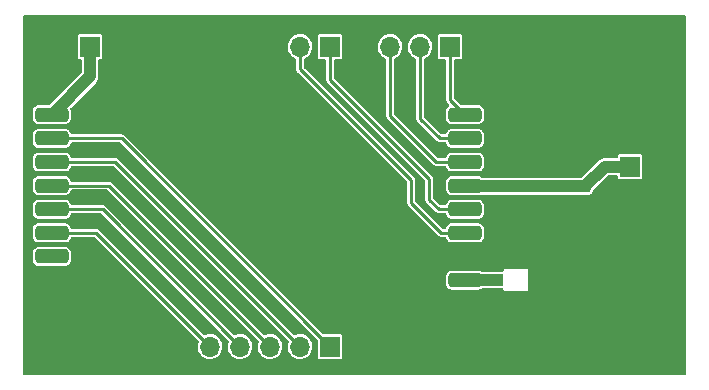
<source format=gbr>
%TF.GenerationSoftware,KiCad,Pcbnew,6.0.2+dfsg-1~bpo11+1*%
%TF.CreationDate,2022-03-03T13:43:18-05:00*%
%TF.ProjectId,RFM98PW-433S2_breakout,52464d39-3850-4572-9d34-333353325f62,rev?*%
%TF.SameCoordinates,Original*%
%TF.FileFunction,Copper,L1,Top*%
%TF.FilePolarity,Positive*%
%FSLAX46Y46*%
G04 Gerber Fmt 4.6, Leading zero omitted, Abs format (unit mm)*
G04 Created by KiCad (PCBNEW 6.0.2+dfsg-1~bpo11+1) date 2022-03-03 13:43:18*
%MOMM*%
%LPD*%
G01*
G04 APERTURE LIST*
G04 Aperture macros list*
%AMRoundRect*
0 Rectangle with rounded corners*
0 $1 Rounding radius*
0 $2 $3 $4 $5 $6 $7 $8 $9 X,Y pos of 4 corners*
0 Add a 4 corners polygon primitive as box body*
4,1,4,$2,$3,$4,$5,$6,$7,$8,$9,$2,$3,0*
0 Add four circle primitives for the rounded corners*
1,1,$1+$1,$2,$3*
1,1,$1+$1,$4,$5*
1,1,$1+$1,$6,$7*
1,1,$1+$1,$8,$9*
0 Add four rect primitives between the rounded corners*
20,1,$1+$1,$2,$3,$4,$5,0*
20,1,$1+$1,$4,$5,$6,$7,0*
20,1,$1+$1,$6,$7,$8,$9,0*
20,1,$1+$1,$8,$9,$2,$3,0*%
G04 Aperture macros list end*
%TA.AperFunction,SMDPad,CuDef*%
%ADD10RoundRect,0.300000X-1.100000X-0.300000X1.100000X-0.300000X1.100000X0.300000X-1.100000X0.300000X0*%
%TD*%
%TA.AperFunction,SMDPad,CuDef*%
%ADD11R,11.500000X4.700000*%
%TD*%
%TA.AperFunction,SMDPad,CuDef*%
%ADD12R,2.200000X1.050000*%
%TD*%
%TA.AperFunction,SMDPad,CuDef*%
%ADD13R,1.050000X1.000000*%
%TD*%
%TA.AperFunction,SMDPad,CuDef*%
%ADD14RoundRect,0.237500X0.237500X-0.300000X0.237500X0.300000X-0.237500X0.300000X-0.237500X-0.300000X0*%
%TD*%
%TA.AperFunction,ComponentPad*%
%ADD15R,1.700000X1.700000*%
%TD*%
%TA.AperFunction,ComponentPad*%
%ADD16O,1.700000X1.700000*%
%TD*%
%TA.AperFunction,ViaPad*%
%ADD17C,0.800000*%
%TD*%
%TA.AperFunction,Conductor*%
%ADD18C,0.250000*%
%TD*%
%TA.AperFunction,Conductor*%
%ADD19C,1.000000*%
%TD*%
G04 APERTURE END LIST*
D10*
%TO.P,U1,1,ANT*%
%TO.N,Net-(J1-Pad2)*%
X156217000Y-106129000D03*
%TO.P,U1,2,GND*%
%TO.N,GND*%
X156217000Y-104129000D03*
%TO.P,U1,3,DIO3*%
%TO.N,RFM_DIO3*%
X156217000Y-102129000D03*
%TO.P,U1,4,DIO4*%
%TO.N,RFM_DIO4*%
X156217000Y-100129000D03*
%TO.P,U1,5,VCC*%
%TO.N,+5V*%
X156217000Y-98129000D03*
%TO.P,U1,6,DIO0*%
%TO.N,RFM_DIO0*%
X156217000Y-96129000D03*
%TO.P,U1,7,DIO1*%
%TO.N,RFM_DIO1*%
X156217000Y-94124683D03*
%TO.P,U1,8,DIO2*%
%TO.N,RFM_DIO2*%
X156217000Y-92127328D03*
%TO.P,U1,9,3V3*%
%TO.N,+3V3*%
X121217000Y-92129000D03*
%TO.P,U1,10,MISO*%
%TO.N,RFM_MISO*%
X121217000Y-94129000D03*
%TO.P,U1,11,MOSI*%
%TO.N,RFM_MOSI*%
X121217000Y-96129000D03*
%TO.P,U1,12,SCK*%
%TO.N,RFM_SCK*%
X121217000Y-98129000D03*
%TO.P,U1,13,NSS*%
%TO.N,RFM_NSS*%
X121217000Y-100129000D03*
%TO.P,U1,14,RESET*%
%TO.N,RFM_RESET*%
X121217000Y-102129000D03*
%TO.P,U1,15,DIO5*%
%TO.N,unconnected-(U1-Pad15)*%
X121217000Y-104129000D03*
%TO.P,U1,16,GND*%
%TO.N,GND*%
X121217000Y-106129000D03*
D11*
%TO.P,U1,17,GND*%
X141867000Y-97379000D03*
%TD*%
D12*
%TO.P,J1,1*%
%TO.N,GND*%
X160477200Y-104646200D03*
D13*
%TO.P,J1,2*%
%TO.N,Net-(J1-Pad2)*%
X158952200Y-106121200D03*
D12*
%TO.P,J1,3*%
%TO.N,GND*%
X160477200Y-107596200D03*
%TD*%
D14*
%TO.P,C4,1*%
%TO.N,GND*%
X163195000Y-99922500D03*
%TO.P,C4,2*%
%TO.N,+5V*%
X163195000Y-98197500D03*
%TD*%
D15*
%TO.P,J3,1,Pin_1*%
%TO.N,RFM_DIO2*%
X154940000Y-86360000D03*
D16*
%TO.P,J3,2,Pin_2*%
%TO.N,RFM_DIO1*%
X152400000Y-86360000D03*
%TO.P,J3,3,Pin_3*%
%TO.N,RFM_DIO0*%
X149860000Y-86360000D03*
%TD*%
D14*
%TO.P,C5,1*%
%TO.N,GND*%
X160020000Y-99922500D03*
%TO.P,C5,2*%
%TO.N,+5V*%
X160020000Y-98197500D03*
%TD*%
D15*
%TO.P,J5,1,Pin_1*%
%TO.N,+5V*%
X170180000Y-96520000D03*
D16*
%TO.P,J5,2,Pin_2*%
%TO.N,GND*%
X172720000Y-96520000D03*
%TD*%
D15*
%TO.P,J2,1,Pin_1*%
%TO.N,RFM_MISO*%
X144780000Y-111760000D03*
D16*
%TO.P,J2,2,Pin_2*%
%TO.N,RFM_MOSI*%
X142240000Y-111760000D03*
%TO.P,J2,3,Pin_3*%
%TO.N,RFM_SCK*%
X139700000Y-111760000D03*
%TO.P,J2,4,Pin_4*%
%TO.N,RFM_NSS*%
X137160000Y-111760000D03*
%TO.P,J2,5,Pin_5*%
%TO.N,RFM_RESET*%
X134620000Y-111760000D03*
%TD*%
D15*
%TO.P,J6,1,Pin_1*%
%TO.N,+3V3*%
X124460000Y-86360000D03*
D16*
%TO.P,J6,2,Pin_2*%
%TO.N,GND*%
X121920000Y-86360000D03*
%TD*%
D14*
%TO.P,C3,1*%
%TO.N,GND*%
X166370000Y-99922500D03*
%TO.P,C3,2*%
%TO.N,+5V*%
X166370000Y-98197500D03*
%TD*%
D15*
%TO.P,J4,1,Pin_1*%
%TO.N,RFM_DIO4*%
X144780000Y-86360000D03*
D16*
%TO.P,J4,2,Pin_2*%
%TO.N,RFM_DIO3*%
X142240000Y-86360000D03*
%TD*%
D17*
%TO.N,GND*%
X143256000Y-97409000D03*
X143256000Y-95631000D03*
X147066000Y-99187000D03*
X136652000Y-95631000D03*
X145161000Y-97409000D03*
X138684000Y-97409000D03*
X143256000Y-99187000D03*
X136652000Y-99187000D03*
X140843000Y-99187000D03*
X136652000Y-97409000D03*
X138717000Y-99129000D03*
X145161000Y-95631000D03*
X147066000Y-97409000D03*
X147066000Y-95631000D03*
X138684000Y-95631000D03*
X145161000Y-99187000D03*
X140843000Y-95631000D03*
X140843000Y-97409000D03*
%TD*%
D18*
%TO.N,+5V*%
X156217000Y-98129000D02*
X156285500Y-98197500D01*
D19*
X166370000Y-98197500D02*
X168047500Y-96520000D01*
X156285500Y-98197500D02*
X160020000Y-98197500D01*
X160020000Y-98197500D02*
X163195000Y-98197500D01*
X163195000Y-98197500D02*
X166370000Y-98197500D01*
X168047500Y-96520000D02*
X170180000Y-96520000D01*
D18*
%TO.N,RFM_RESET*%
X124989000Y-102129000D02*
X134620000Y-111760000D01*
X121217000Y-102129000D02*
X124989000Y-102129000D01*
%TO.N,RFM_NSS*%
X121217000Y-100129000D02*
X125529000Y-100129000D01*
X125529000Y-100129000D02*
X137160000Y-111760000D01*
%TO.N,RFM_SCK*%
X121217000Y-98129000D02*
X126069000Y-98129000D01*
X126069000Y-98129000D02*
X139700000Y-111760000D01*
%TO.N,RFM_MOSI*%
X121217000Y-96129000D02*
X126609000Y-96129000D01*
X126609000Y-96129000D02*
X142240000Y-111760000D01*
%TO.N,RFM_MISO*%
X121217000Y-94129000D02*
X127149000Y-94129000D01*
X127149000Y-94129000D02*
X144780000Y-111760000D01*
%TO.N,RFM_DIO2*%
X154940000Y-90850328D02*
X154940000Y-86360000D01*
X156217000Y-92127328D02*
X154940000Y-90850328D01*
%TO.N,RFM_DIO1*%
X156217000Y-94124683D02*
X154068683Y-94124683D01*
X154068683Y-94124683D02*
X152400000Y-92456000D01*
X152400000Y-92456000D02*
X152400000Y-86360000D01*
%TO.N,RFM_DIO0*%
X156217000Y-96129000D02*
X153787000Y-96129000D01*
X149860000Y-92202000D02*
X149860000Y-86360000D01*
X153787000Y-96129000D02*
X149860000Y-92202000D01*
%TO.N,RFM_DIO4*%
X153162000Y-99314000D02*
X153162000Y-97536000D01*
X153162000Y-97536000D02*
X144780000Y-89154000D01*
X156217000Y-100129000D02*
X153977000Y-100129000D01*
X144780000Y-89154000D02*
X144780000Y-86360000D01*
X153977000Y-100129000D02*
X153162000Y-99314000D01*
%TO.N,RFM_DIO3*%
X154199000Y-102129000D02*
X151638000Y-99568000D01*
X151638000Y-99568000D02*
X151638000Y-97663718D01*
X156217000Y-102129000D02*
X154199000Y-102129000D01*
X142240000Y-88265718D02*
X142240000Y-86360000D01*
X151638000Y-97663718D02*
X142240000Y-88265718D01*
D19*
%TO.N,+3V3*%
X121217000Y-92129000D02*
X124460000Y-88886000D01*
X124460000Y-88886000D02*
X124460000Y-86360000D01*
D18*
%TO.N,Net-(J1-Pad2)*%
X156217000Y-106129000D02*
X156224800Y-106121200D01*
D19*
X156224800Y-106121200D02*
X158952200Y-106121200D01*
%TD*%
%TA.AperFunction,Conductor*%
%TO.N,GND*%
G36*
X174874321Y-83736002D02*
G01*
X174920814Y-83789658D01*
X174932200Y-83842000D01*
X174932200Y-114024000D01*
X174912198Y-114092121D01*
X174858542Y-114138614D01*
X174806200Y-114150000D01*
X118894000Y-114150000D01*
X118825879Y-114129998D01*
X118779386Y-114076342D01*
X118768000Y-114024000D01*
X118768000Y-103781623D01*
X119616500Y-103781623D01*
X119616501Y-104476376D01*
X119623149Y-104537580D01*
X119673474Y-104671824D01*
X119678854Y-104679003D01*
X119678856Y-104679006D01*
X119754072Y-104779365D01*
X119759454Y-104786546D01*
X119766635Y-104791928D01*
X119866994Y-104867144D01*
X119866997Y-104867146D01*
X119874176Y-104872526D01*
X119963561Y-104906034D01*
X120001025Y-104920079D01*
X120001027Y-104920079D01*
X120008420Y-104922851D01*
X120016270Y-104923704D01*
X120016271Y-104923704D01*
X120066217Y-104929130D01*
X120069623Y-104929500D01*
X121216832Y-104929500D01*
X122364376Y-104929499D01*
X122367770Y-104929130D01*
X122367776Y-104929130D01*
X122417722Y-104923705D01*
X122417726Y-104923704D01*
X122425580Y-104922851D01*
X122559824Y-104872526D01*
X122567003Y-104867146D01*
X122567006Y-104867144D01*
X122667365Y-104791928D01*
X122674546Y-104786546D01*
X122679928Y-104779365D01*
X122755144Y-104679006D01*
X122755146Y-104679003D01*
X122760526Y-104671824D01*
X122810851Y-104537580D01*
X122817500Y-104476377D01*
X122817499Y-103781624D01*
X122810851Y-103720420D01*
X122760526Y-103586176D01*
X122755146Y-103578997D01*
X122755144Y-103578994D01*
X122679928Y-103478635D01*
X122674546Y-103471454D01*
X122667365Y-103466072D01*
X122567006Y-103390856D01*
X122567003Y-103390854D01*
X122559824Y-103385474D01*
X122470439Y-103351966D01*
X122432975Y-103337921D01*
X122432973Y-103337921D01*
X122425580Y-103335149D01*
X122417730Y-103334296D01*
X122417729Y-103334296D01*
X122367774Y-103328869D01*
X122367773Y-103328869D01*
X122364377Y-103328500D01*
X121217168Y-103328500D01*
X120069624Y-103328501D01*
X120066230Y-103328870D01*
X120066224Y-103328870D01*
X120016278Y-103334295D01*
X120016274Y-103334296D01*
X120008420Y-103335149D01*
X119874176Y-103385474D01*
X119866997Y-103390854D01*
X119866994Y-103390856D01*
X119766635Y-103466072D01*
X119759454Y-103471454D01*
X119754072Y-103478635D01*
X119678856Y-103578994D01*
X119678854Y-103578997D01*
X119673474Y-103586176D01*
X119623149Y-103720420D01*
X119616500Y-103781623D01*
X118768000Y-103781623D01*
X118768000Y-101781623D01*
X119616500Y-101781623D01*
X119616501Y-102476376D01*
X119616870Y-102479770D01*
X119616870Y-102479776D01*
X119622126Y-102528158D01*
X119623149Y-102537580D01*
X119673474Y-102671824D01*
X119678854Y-102679003D01*
X119678856Y-102679006D01*
X119754072Y-102779365D01*
X119759454Y-102786546D01*
X119766635Y-102791928D01*
X119866994Y-102867144D01*
X119866997Y-102867146D01*
X119874176Y-102872526D01*
X119963561Y-102906034D01*
X120001025Y-102920079D01*
X120001027Y-102920079D01*
X120008420Y-102922851D01*
X120016270Y-102923704D01*
X120016271Y-102923704D01*
X120066217Y-102929130D01*
X120069623Y-102929500D01*
X121216832Y-102929500D01*
X122364376Y-102929499D01*
X122367770Y-102929130D01*
X122367776Y-102929130D01*
X122417722Y-102923705D01*
X122417726Y-102923704D01*
X122425580Y-102922851D01*
X122559824Y-102872526D01*
X122567003Y-102867146D01*
X122567006Y-102867144D01*
X122667365Y-102791928D01*
X122674546Y-102786546D01*
X122679928Y-102779365D01*
X122755144Y-102679006D01*
X122755146Y-102679003D01*
X122760526Y-102671824D01*
X122810851Y-102537580D01*
X122813802Y-102538686D01*
X122841763Y-102489723D01*
X122904712Y-102456891D01*
X122929144Y-102454500D01*
X124801984Y-102454500D01*
X124870105Y-102474502D01*
X124891079Y-102491405D01*
X133618257Y-111218583D01*
X133652283Y-111280895D01*
X133649264Y-111345776D01*
X133587484Y-111540532D01*
X133586798Y-111546649D01*
X133586797Y-111546653D01*
X133565207Y-111739137D01*
X133564520Y-111745262D01*
X133581759Y-111950553D01*
X133638544Y-112148586D01*
X133641359Y-112154063D01*
X133641360Y-112154066D01*
X133662247Y-112194707D01*
X133732712Y-112331818D01*
X133860677Y-112493270D01*
X134017564Y-112626791D01*
X134197398Y-112727297D01*
X134281280Y-112754552D01*
X134387471Y-112789056D01*
X134387475Y-112789057D01*
X134393329Y-112790959D01*
X134597894Y-112815351D01*
X134604029Y-112814879D01*
X134604031Y-112814879D01*
X134676625Y-112809293D01*
X134803300Y-112799546D01*
X134809230Y-112797890D01*
X134809232Y-112797890D01*
X134995797Y-112745800D01*
X134995796Y-112745800D01*
X135001725Y-112744145D01*
X135007214Y-112741372D01*
X135007220Y-112741370D01*
X135180116Y-112654033D01*
X135185610Y-112651258D01*
X135347951Y-112524424D01*
X135482564Y-112368472D01*
X135503387Y-112331818D01*
X135581276Y-112194707D01*
X135584323Y-112189344D01*
X135649351Y-111993863D01*
X135675171Y-111789474D01*
X135675583Y-111760000D01*
X135655480Y-111554970D01*
X135595935Y-111357749D01*
X135499218Y-111175849D01*
X135425859Y-111085902D01*
X135372906Y-111020975D01*
X135372903Y-111020972D01*
X135369011Y-111016200D01*
X135364262Y-111012271D01*
X135215025Y-110888811D01*
X135215021Y-110888809D01*
X135210275Y-110884882D01*
X135029055Y-110786897D01*
X134832254Y-110725977D01*
X134826129Y-110725333D01*
X134826128Y-110725333D01*
X134633498Y-110705087D01*
X134633496Y-110705087D01*
X134627369Y-110704443D01*
X134540529Y-110712346D01*
X134428342Y-110722555D01*
X134428339Y-110722556D01*
X134422203Y-110723114D01*
X134224572Y-110781280D01*
X134219108Y-110784137D01*
X134214781Y-110785885D01*
X134144128Y-110792860D01*
X134078482Y-110758156D01*
X125233111Y-101912785D01*
X125225684Y-101904681D01*
X125208541Y-101884251D01*
X125208542Y-101884251D01*
X125201455Y-101875806D01*
X125191906Y-101870293D01*
X125168815Y-101856961D01*
X125159544Y-101851055D01*
X125137715Y-101835770D01*
X125128684Y-101829446D01*
X125118034Y-101826592D01*
X125114866Y-101825115D01*
X125111590Y-101823923D01*
X125102045Y-101818412D01*
X125068301Y-101812462D01*
X125064942Y-101811870D01*
X125054215Y-101809492D01*
X125017807Y-101799736D01*
X125006822Y-101800697D01*
X125006820Y-101800697D01*
X124980272Y-101803020D01*
X124969290Y-101803500D01*
X122929144Y-101803500D01*
X122861023Y-101783498D01*
X122814530Y-101729842D01*
X122811243Y-101720273D01*
X122810851Y-101720420D01*
X122763676Y-101594580D01*
X122760526Y-101586176D01*
X122755146Y-101578997D01*
X122755144Y-101578994D01*
X122679928Y-101478635D01*
X122674546Y-101471454D01*
X122667365Y-101466072D01*
X122567006Y-101390856D01*
X122567003Y-101390854D01*
X122559824Y-101385474D01*
X122470439Y-101351966D01*
X122432975Y-101337921D01*
X122432973Y-101337921D01*
X122425580Y-101335149D01*
X122417730Y-101334296D01*
X122417729Y-101334296D01*
X122367774Y-101328869D01*
X122367773Y-101328869D01*
X122364377Y-101328500D01*
X121217168Y-101328500D01*
X120069624Y-101328501D01*
X120066230Y-101328870D01*
X120066224Y-101328870D01*
X120016278Y-101334295D01*
X120016274Y-101334296D01*
X120008420Y-101335149D01*
X119874176Y-101385474D01*
X119866997Y-101390854D01*
X119866994Y-101390856D01*
X119766635Y-101466072D01*
X119759454Y-101471454D01*
X119754072Y-101478635D01*
X119678856Y-101578994D01*
X119678854Y-101578997D01*
X119673474Y-101586176D01*
X119623149Y-101720420D01*
X119616500Y-101781623D01*
X118768000Y-101781623D01*
X118768000Y-99781623D01*
X119616500Y-99781623D01*
X119616501Y-100476376D01*
X119616870Y-100479770D01*
X119616870Y-100479776D01*
X119622126Y-100528158D01*
X119623149Y-100537580D01*
X119673474Y-100671824D01*
X119678854Y-100679003D01*
X119678856Y-100679006D01*
X119754072Y-100779365D01*
X119759454Y-100786546D01*
X119766635Y-100791928D01*
X119866994Y-100867144D01*
X119866997Y-100867146D01*
X119874176Y-100872526D01*
X119963561Y-100906034D01*
X120001025Y-100920079D01*
X120001027Y-100920079D01*
X120008420Y-100922851D01*
X120016270Y-100923704D01*
X120016271Y-100923704D01*
X120066217Y-100929130D01*
X120069623Y-100929500D01*
X121216832Y-100929500D01*
X122364376Y-100929499D01*
X122367770Y-100929130D01*
X122367776Y-100929130D01*
X122417722Y-100923705D01*
X122417726Y-100923704D01*
X122425580Y-100922851D01*
X122559824Y-100872526D01*
X122567003Y-100867146D01*
X122567006Y-100867144D01*
X122667365Y-100791928D01*
X122674546Y-100786546D01*
X122679928Y-100779365D01*
X122755144Y-100679006D01*
X122755146Y-100679003D01*
X122760526Y-100671824D01*
X122810851Y-100537580D01*
X122813802Y-100538686D01*
X122841763Y-100489723D01*
X122904712Y-100456891D01*
X122929144Y-100454500D01*
X125341984Y-100454500D01*
X125410105Y-100474502D01*
X125431079Y-100491405D01*
X136158257Y-111218583D01*
X136192283Y-111280895D01*
X136189264Y-111345776D01*
X136127484Y-111540532D01*
X136126798Y-111546649D01*
X136126797Y-111546653D01*
X136105207Y-111739137D01*
X136104520Y-111745262D01*
X136121759Y-111950553D01*
X136178544Y-112148586D01*
X136181359Y-112154063D01*
X136181360Y-112154066D01*
X136202247Y-112194707D01*
X136272712Y-112331818D01*
X136400677Y-112493270D01*
X136557564Y-112626791D01*
X136737398Y-112727297D01*
X136821280Y-112754552D01*
X136927471Y-112789056D01*
X136927475Y-112789057D01*
X136933329Y-112790959D01*
X137137894Y-112815351D01*
X137144029Y-112814879D01*
X137144031Y-112814879D01*
X137216625Y-112809293D01*
X137343300Y-112799546D01*
X137349230Y-112797890D01*
X137349232Y-112797890D01*
X137535797Y-112745800D01*
X137535796Y-112745800D01*
X137541725Y-112744145D01*
X137547214Y-112741372D01*
X137547220Y-112741370D01*
X137720116Y-112654033D01*
X137725610Y-112651258D01*
X137887951Y-112524424D01*
X138022564Y-112368472D01*
X138043387Y-112331818D01*
X138121276Y-112194707D01*
X138124323Y-112189344D01*
X138189351Y-111993863D01*
X138215171Y-111789474D01*
X138215583Y-111760000D01*
X138195480Y-111554970D01*
X138135935Y-111357749D01*
X138039218Y-111175849D01*
X137965859Y-111085902D01*
X137912906Y-111020975D01*
X137912903Y-111020972D01*
X137909011Y-111016200D01*
X137904262Y-111012271D01*
X137755025Y-110888811D01*
X137755021Y-110888809D01*
X137750275Y-110884882D01*
X137569055Y-110786897D01*
X137372254Y-110725977D01*
X137366129Y-110725333D01*
X137366128Y-110725333D01*
X137173498Y-110705087D01*
X137173496Y-110705087D01*
X137167369Y-110704443D01*
X137080529Y-110712346D01*
X136968342Y-110722555D01*
X136968339Y-110722556D01*
X136962203Y-110723114D01*
X136764572Y-110781280D01*
X136759108Y-110784137D01*
X136754781Y-110785885D01*
X136684128Y-110792860D01*
X136618482Y-110758156D01*
X125773111Y-99912785D01*
X125765684Y-99904681D01*
X125748541Y-99884251D01*
X125748542Y-99884251D01*
X125741455Y-99875806D01*
X125731906Y-99870293D01*
X125708815Y-99856961D01*
X125699544Y-99851055D01*
X125677715Y-99835770D01*
X125668684Y-99829446D01*
X125658034Y-99826592D01*
X125654866Y-99825115D01*
X125651590Y-99823923D01*
X125642045Y-99818412D01*
X125608301Y-99812462D01*
X125604942Y-99811870D01*
X125594215Y-99809492D01*
X125557807Y-99799736D01*
X125546822Y-99800697D01*
X125546820Y-99800697D01*
X125520272Y-99803020D01*
X125509290Y-99803500D01*
X122929144Y-99803500D01*
X122861023Y-99783498D01*
X122814530Y-99729842D01*
X122811243Y-99720273D01*
X122810851Y-99720420D01*
X122806077Y-99707684D01*
X122760526Y-99586176D01*
X122755146Y-99578997D01*
X122755144Y-99578994D01*
X122679928Y-99478635D01*
X122674546Y-99471454D01*
X122632093Y-99439637D01*
X122567006Y-99390856D01*
X122567003Y-99390854D01*
X122559824Y-99385474D01*
X122446008Y-99342807D01*
X122432975Y-99337921D01*
X122432973Y-99337921D01*
X122425580Y-99335149D01*
X122417730Y-99334296D01*
X122417729Y-99334296D01*
X122367774Y-99328869D01*
X122367773Y-99328869D01*
X122364377Y-99328500D01*
X121217168Y-99328500D01*
X120069624Y-99328501D01*
X120066230Y-99328870D01*
X120066224Y-99328870D01*
X120016278Y-99334295D01*
X120016274Y-99334296D01*
X120008420Y-99335149D01*
X119874176Y-99385474D01*
X119866997Y-99390854D01*
X119866994Y-99390856D01*
X119801907Y-99439637D01*
X119759454Y-99471454D01*
X119754072Y-99478635D01*
X119678856Y-99578994D01*
X119678854Y-99578997D01*
X119673474Y-99586176D01*
X119623149Y-99720420D01*
X119616500Y-99781623D01*
X118768000Y-99781623D01*
X118768000Y-97781623D01*
X119616500Y-97781623D01*
X119616501Y-98476376D01*
X119616870Y-98479770D01*
X119616870Y-98479776D01*
X119620442Y-98512656D01*
X119623149Y-98537580D01*
X119673474Y-98671824D01*
X119678854Y-98679003D01*
X119678856Y-98679006D01*
X119691502Y-98695879D01*
X119759454Y-98786546D01*
X119766635Y-98791928D01*
X119866994Y-98867144D01*
X119866997Y-98867146D01*
X119874176Y-98872526D01*
X119942129Y-98898000D01*
X120001025Y-98920079D01*
X120001027Y-98920079D01*
X120008420Y-98922851D01*
X120016270Y-98923704D01*
X120016271Y-98923704D01*
X120066217Y-98929130D01*
X120069623Y-98929500D01*
X121216832Y-98929500D01*
X122364376Y-98929499D01*
X122367770Y-98929130D01*
X122367776Y-98929130D01*
X122417722Y-98923705D01*
X122417726Y-98923704D01*
X122425580Y-98922851D01*
X122559824Y-98872526D01*
X122567003Y-98867146D01*
X122567006Y-98867144D01*
X122667365Y-98791928D01*
X122674546Y-98786546D01*
X122742498Y-98695879D01*
X122755144Y-98679006D01*
X122755146Y-98679003D01*
X122760526Y-98671824D01*
X122810851Y-98537580D01*
X122813802Y-98538686D01*
X122841763Y-98489723D01*
X122904712Y-98456891D01*
X122929144Y-98454500D01*
X125881984Y-98454500D01*
X125950105Y-98474502D01*
X125971079Y-98491405D01*
X138698257Y-111218583D01*
X138732283Y-111280895D01*
X138729264Y-111345776D01*
X138667484Y-111540532D01*
X138666798Y-111546649D01*
X138666797Y-111546653D01*
X138645207Y-111739137D01*
X138644520Y-111745262D01*
X138661759Y-111950553D01*
X138718544Y-112148586D01*
X138721359Y-112154063D01*
X138721360Y-112154066D01*
X138742247Y-112194707D01*
X138812712Y-112331818D01*
X138940677Y-112493270D01*
X139097564Y-112626791D01*
X139277398Y-112727297D01*
X139361280Y-112754552D01*
X139467471Y-112789056D01*
X139467475Y-112789057D01*
X139473329Y-112790959D01*
X139677894Y-112815351D01*
X139684029Y-112814879D01*
X139684031Y-112814879D01*
X139756625Y-112809293D01*
X139883300Y-112799546D01*
X139889230Y-112797890D01*
X139889232Y-112797890D01*
X140075797Y-112745800D01*
X140075796Y-112745800D01*
X140081725Y-112744145D01*
X140087214Y-112741372D01*
X140087220Y-112741370D01*
X140260116Y-112654033D01*
X140265610Y-112651258D01*
X140427951Y-112524424D01*
X140562564Y-112368472D01*
X140583387Y-112331818D01*
X140661276Y-112194707D01*
X140664323Y-112189344D01*
X140729351Y-111993863D01*
X140755171Y-111789474D01*
X140755583Y-111760000D01*
X140735480Y-111554970D01*
X140675935Y-111357749D01*
X140579218Y-111175849D01*
X140505859Y-111085902D01*
X140452906Y-111020975D01*
X140452903Y-111020972D01*
X140449011Y-111016200D01*
X140444262Y-111012271D01*
X140295025Y-110888811D01*
X140295021Y-110888809D01*
X140290275Y-110884882D01*
X140109055Y-110786897D01*
X139912254Y-110725977D01*
X139906129Y-110725333D01*
X139906128Y-110725333D01*
X139713498Y-110705087D01*
X139713496Y-110705087D01*
X139707369Y-110704443D01*
X139620529Y-110712346D01*
X139508342Y-110722555D01*
X139508339Y-110722556D01*
X139502203Y-110723114D01*
X139304572Y-110781280D01*
X139299108Y-110784137D01*
X139294781Y-110785885D01*
X139224128Y-110792860D01*
X139158482Y-110758156D01*
X126313111Y-97912785D01*
X126305684Y-97904681D01*
X126288541Y-97884251D01*
X126288542Y-97884251D01*
X126281455Y-97875806D01*
X126271906Y-97870293D01*
X126248815Y-97856961D01*
X126239544Y-97851055D01*
X126217715Y-97835770D01*
X126208684Y-97829446D01*
X126198034Y-97826592D01*
X126194866Y-97825115D01*
X126191590Y-97823923D01*
X126182045Y-97818412D01*
X126148301Y-97812462D01*
X126144942Y-97811870D01*
X126134215Y-97809492D01*
X126097807Y-97799736D01*
X126086822Y-97800697D01*
X126086820Y-97800697D01*
X126060272Y-97803020D01*
X126049290Y-97803500D01*
X122929144Y-97803500D01*
X122861023Y-97783498D01*
X122814530Y-97729842D01*
X122811243Y-97720273D01*
X122810851Y-97720420D01*
X122801784Y-97696233D01*
X122760526Y-97586176D01*
X122755146Y-97578997D01*
X122755144Y-97578994D01*
X122679928Y-97478635D01*
X122674546Y-97471454D01*
X122665860Y-97464944D01*
X122567006Y-97390856D01*
X122567003Y-97390854D01*
X122559824Y-97385474D01*
X122455859Y-97346500D01*
X122432975Y-97337921D01*
X122432973Y-97337921D01*
X122425580Y-97335149D01*
X122417730Y-97334296D01*
X122417729Y-97334296D01*
X122367774Y-97328869D01*
X122367773Y-97328869D01*
X122364377Y-97328500D01*
X121217168Y-97328500D01*
X120069624Y-97328501D01*
X120066230Y-97328870D01*
X120066224Y-97328870D01*
X120016278Y-97334295D01*
X120016274Y-97334296D01*
X120008420Y-97335149D01*
X119874176Y-97385474D01*
X119866997Y-97390854D01*
X119866994Y-97390856D01*
X119768140Y-97464944D01*
X119759454Y-97471454D01*
X119754072Y-97478635D01*
X119678856Y-97578994D01*
X119678854Y-97578997D01*
X119673474Y-97586176D01*
X119623149Y-97720420D01*
X119616500Y-97781623D01*
X118768000Y-97781623D01*
X118768000Y-95781623D01*
X119616500Y-95781623D01*
X119616501Y-96476376D01*
X119616870Y-96479770D01*
X119616870Y-96479776D01*
X119622126Y-96528158D01*
X119623149Y-96537580D01*
X119673474Y-96671824D01*
X119678854Y-96679003D01*
X119678856Y-96679006D01*
X119754072Y-96779365D01*
X119759454Y-96786546D01*
X119766635Y-96791928D01*
X119866994Y-96867144D01*
X119866997Y-96867146D01*
X119874176Y-96872526D01*
X119963561Y-96906034D01*
X120001025Y-96920079D01*
X120001027Y-96920079D01*
X120008420Y-96922851D01*
X120016270Y-96923704D01*
X120016271Y-96923704D01*
X120066217Y-96929130D01*
X120069623Y-96929500D01*
X121216832Y-96929500D01*
X122364376Y-96929499D01*
X122367770Y-96929130D01*
X122367776Y-96929130D01*
X122417722Y-96923705D01*
X122417726Y-96923704D01*
X122425580Y-96922851D01*
X122559824Y-96872526D01*
X122567003Y-96867146D01*
X122567006Y-96867144D01*
X122667365Y-96791928D01*
X122674546Y-96786546D01*
X122679928Y-96779365D01*
X122755144Y-96679006D01*
X122755146Y-96679003D01*
X122760526Y-96671824D01*
X122810851Y-96537580D01*
X122813802Y-96538686D01*
X122841763Y-96489723D01*
X122904712Y-96456891D01*
X122929144Y-96454500D01*
X126421984Y-96454500D01*
X126490105Y-96474502D01*
X126511079Y-96491405D01*
X141238257Y-111218584D01*
X141272283Y-111280896D01*
X141269264Y-111345776D01*
X141207484Y-111540532D01*
X141206798Y-111546649D01*
X141206797Y-111546653D01*
X141185207Y-111739137D01*
X141184520Y-111745262D01*
X141201759Y-111950553D01*
X141258544Y-112148586D01*
X141261359Y-112154063D01*
X141261360Y-112154066D01*
X141282247Y-112194707D01*
X141352712Y-112331818D01*
X141480677Y-112493270D01*
X141637564Y-112626791D01*
X141817398Y-112727297D01*
X141901280Y-112754552D01*
X142007471Y-112789056D01*
X142007475Y-112789057D01*
X142013329Y-112790959D01*
X142217894Y-112815351D01*
X142224029Y-112814879D01*
X142224031Y-112814879D01*
X142296625Y-112809293D01*
X142423300Y-112799546D01*
X142429230Y-112797890D01*
X142429232Y-112797890D01*
X142615797Y-112745800D01*
X142615796Y-112745800D01*
X142621725Y-112744145D01*
X142627214Y-112741372D01*
X142627220Y-112741370D01*
X142800116Y-112654033D01*
X142805610Y-112651258D01*
X142967951Y-112524424D01*
X143102564Y-112368472D01*
X143123387Y-112331818D01*
X143201276Y-112194707D01*
X143204323Y-112189344D01*
X143269351Y-111993863D01*
X143295171Y-111789474D01*
X143295583Y-111760000D01*
X143275480Y-111554970D01*
X143215935Y-111357749D01*
X143119218Y-111175849D01*
X143045859Y-111085902D01*
X142992906Y-111020975D01*
X142992903Y-111020972D01*
X142989011Y-111016200D01*
X142984262Y-111012271D01*
X142835025Y-110888811D01*
X142835021Y-110888809D01*
X142830275Y-110884882D01*
X142649055Y-110786897D01*
X142452254Y-110725977D01*
X142446129Y-110725333D01*
X142446128Y-110725333D01*
X142253498Y-110705087D01*
X142253496Y-110705087D01*
X142247369Y-110704443D01*
X142160529Y-110712346D01*
X142048342Y-110722555D01*
X142048339Y-110722556D01*
X142042203Y-110723114D01*
X141844572Y-110781280D01*
X141839113Y-110784134D01*
X141834776Y-110785886D01*
X141764123Y-110792858D01*
X141698482Y-110758155D01*
X126853111Y-95912784D01*
X126845686Y-95904682D01*
X126828543Y-95884253D01*
X126828542Y-95884253D01*
X126821455Y-95875806D01*
X126811132Y-95869846D01*
X126788815Y-95856961D01*
X126779544Y-95851055D01*
X126766865Y-95842177D01*
X126748684Y-95829446D01*
X126738034Y-95826592D01*
X126734866Y-95825115D01*
X126731590Y-95823923D01*
X126722045Y-95818412D01*
X126688301Y-95812462D01*
X126684942Y-95811870D01*
X126674215Y-95809492D01*
X126637807Y-95799736D01*
X126626822Y-95800697D01*
X126626820Y-95800697D01*
X126600272Y-95803020D01*
X126589290Y-95803500D01*
X122929144Y-95803500D01*
X122861023Y-95783498D01*
X122814530Y-95729842D01*
X122811243Y-95720273D01*
X122810851Y-95720420D01*
X122786866Y-95656439D01*
X122760526Y-95586176D01*
X122755146Y-95578997D01*
X122755144Y-95578994D01*
X122679928Y-95478635D01*
X122674546Y-95471454D01*
X122667365Y-95466072D01*
X122567006Y-95390856D01*
X122567003Y-95390854D01*
X122559824Y-95385474D01*
X122470439Y-95351966D01*
X122432975Y-95337921D01*
X122432973Y-95337921D01*
X122425580Y-95335149D01*
X122417730Y-95334296D01*
X122417729Y-95334296D01*
X122367774Y-95328869D01*
X122367773Y-95328869D01*
X122364377Y-95328500D01*
X121217168Y-95328500D01*
X120069624Y-95328501D01*
X120066230Y-95328870D01*
X120066224Y-95328870D01*
X120016278Y-95334295D01*
X120016274Y-95334296D01*
X120008420Y-95335149D01*
X119874176Y-95385474D01*
X119866997Y-95390854D01*
X119866994Y-95390856D01*
X119766635Y-95466072D01*
X119759454Y-95471454D01*
X119754072Y-95478635D01*
X119678856Y-95578994D01*
X119678854Y-95578997D01*
X119673474Y-95586176D01*
X119623149Y-95720420D01*
X119616500Y-95781623D01*
X118768000Y-95781623D01*
X118768000Y-93781623D01*
X119616500Y-93781623D01*
X119616501Y-94476376D01*
X119616870Y-94479770D01*
X119616870Y-94479776D01*
X119621657Y-94523841D01*
X119623149Y-94537580D01*
X119673474Y-94671824D01*
X119678854Y-94679003D01*
X119678856Y-94679006D01*
X119750837Y-94775048D01*
X119759454Y-94786546D01*
X119766635Y-94791928D01*
X119866994Y-94867144D01*
X119866997Y-94867146D01*
X119874176Y-94872526D01*
X119963561Y-94906034D01*
X120001025Y-94920079D01*
X120001027Y-94920079D01*
X120008420Y-94922851D01*
X120016270Y-94923704D01*
X120016271Y-94923704D01*
X120066217Y-94929130D01*
X120069623Y-94929500D01*
X121216832Y-94929500D01*
X122364376Y-94929499D01*
X122367770Y-94929130D01*
X122367776Y-94929130D01*
X122417722Y-94923705D01*
X122417726Y-94923704D01*
X122425580Y-94922851D01*
X122559824Y-94872526D01*
X122567003Y-94867146D01*
X122567006Y-94867144D01*
X122667365Y-94791928D01*
X122674546Y-94786546D01*
X122683163Y-94775048D01*
X122755144Y-94679006D01*
X122755146Y-94679003D01*
X122760526Y-94671824D01*
X122810851Y-94537580D01*
X122813802Y-94538686D01*
X122841763Y-94489723D01*
X122904712Y-94456891D01*
X122929144Y-94454500D01*
X126961984Y-94454500D01*
X127030105Y-94474502D01*
X127051079Y-94491405D01*
X143692595Y-111132922D01*
X143726621Y-111195234D01*
X143729500Y-111222017D01*
X143729500Y-112629748D01*
X143730707Y-112635816D01*
X143734331Y-112654033D01*
X143741133Y-112688231D01*
X143785448Y-112754552D01*
X143851769Y-112798867D01*
X143863938Y-112801288D01*
X143863939Y-112801288D01*
X143904184Y-112809293D01*
X143910252Y-112810500D01*
X145649748Y-112810500D01*
X145655816Y-112809293D01*
X145696061Y-112801288D01*
X145696062Y-112801288D01*
X145708231Y-112798867D01*
X145774552Y-112754552D01*
X145818867Y-112688231D01*
X145825670Y-112654033D01*
X145829293Y-112635816D01*
X145830500Y-112629748D01*
X145830500Y-110890252D01*
X145818867Y-110831769D01*
X145774552Y-110765448D01*
X145708231Y-110721133D01*
X145696062Y-110718712D01*
X145696061Y-110718712D01*
X145655816Y-110710707D01*
X145649748Y-110709500D01*
X144242017Y-110709500D01*
X144173896Y-110689498D01*
X144152922Y-110672595D01*
X139261950Y-105781623D01*
X154616500Y-105781623D01*
X154616501Y-106476376D01*
X154623149Y-106537580D01*
X154673474Y-106671824D01*
X154678854Y-106679003D01*
X154678856Y-106679006D01*
X154754072Y-106779365D01*
X154759454Y-106786546D01*
X154766635Y-106791928D01*
X154866994Y-106867144D01*
X154866997Y-106867146D01*
X154874176Y-106872526D01*
X154963561Y-106906034D01*
X155001025Y-106920079D01*
X155001027Y-106920079D01*
X155008420Y-106922851D01*
X155016270Y-106923704D01*
X155016271Y-106923704D01*
X155066217Y-106929130D01*
X155069623Y-106929500D01*
X156216832Y-106929500D01*
X157364376Y-106929499D01*
X157367770Y-106929130D01*
X157367776Y-106929130D01*
X157417722Y-106923705D01*
X157417726Y-106923704D01*
X157425580Y-106922851D01*
X157559824Y-106872526D01*
X157567003Y-106867146D01*
X157567006Y-106867144D01*
X157594051Y-106846874D01*
X157660558Y-106822026D01*
X157669617Y-106821700D01*
X159351030Y-106821700D01*
X159419151Y-106841702D01*
X159465644Y-106895358D01*
X159477030Y-106947700D01*
X159477030Y-107071200D01*
X161577200Y-107071200D01*
X161577200Y-105171042D01*
X159477030Y-105171042D01*
X159477030Y-105294700D01*
X159457028Y-105362821D01*
X159403372Y-105409314D01*
X159351030Y-105420700D01*
X157648801Y-105420700D01*
X157580680Y-105400698D01*
X157573235Y-105395525D01*
X157559824Y-105385474D01*
X157470439Y-105351966D01*
X157432975Y-105337921D01*
X157432973Y-105337921D01*
X157425580Y-105335149D01*
X157417730Y-105334296D01*
X157417729Y-105334296D01*
X157367774Y-105328869D01*
X157367773Y-105328869D01*
X157364377Y-105328500D01*
X156217168Y-105328500D01*
X155069624Y-105328501D01*
X155066230Y-105328870D01*
X155066224Y-105328870D01*
X155016278Y-105334295D01*
X155016274Y-105334296D01*
X155008420Y-105335149D01*
X154874176Y-105385474D01*
X154866997Y-105390854D01*
X154866994Y-105390856D01*
X154827174Y-105420700D01*
X154759454Y-105471454D01*
X154754072Y-105478635D01*
X154678856Y-105578994D01*
X154678854Y-105578997D01*
X154673474Y-105586176D01*
X154623149Y-105720420D01*
X154616500Y-105781623D01*
X139261950Y-105781623D01*
X127393111Y-93912785D01*
X127385684Y-93904681D01*
X127368541Y-93884251D01*
X127368542Y-93884251D01*
X127361455Y-93875806D01*
X127351906Y-93870293D01*
X127328815Y-93856961D01*
X127319544Y-93851055D01*
X127297715Y-93835770D01*
X127288684Y-93829446D01*
X127278034Y-93826592D01*
X127274866Y-93825115D01*
X127271590Y-93823923D01*
X127262045Y-93818412D01*
X127228301Y-93812462D01*
X127224942Y-93811870D01*
X127214215Y-93809492D01*
X127177807Y-93799736D01*
X127166822Y-93800697D01*
X127166820Y-93800697D01*
X127140272Y-93803020D01*
X127129290Y-93803500D01*
X122929144Y-93803500D01*
X122861023Y-93783498D01*
X122814530Y-93729842D01*
X122811243Y-93720273D01*
X122810851Y-93720420D01*
X122763676Y-93594580D01*
X122760526Y-93586176D01*
X122755146Y-93578997D01*
X122755144Y-93578994D01*
X122679928Y-93478635D01*
X122674546Y-93471454D01*
X122661605Y-93461755D01*
X122567006Y-93390856D01*
X122567003Y-93390854D01*
X122559824Y-93385474D01*
X122470439Y-93351966D01*
X122432975Y-93337921D01*
X122432973Y-93337921D01*
X122425580Y-93335149D01*
X122417730Y-93334296D01*
X122417729Y-93334296D01*
X122367774Y-93328869D01*
X122367773Y-93328869D01*
X122364377Y-93328500D01*
X121217168Y-93328500D01*
X120069624Y-93328501D01*
X120066230Y-93328870D01*
X120066224Y-93328870D01*
X120016278Y-93334295D01*
X120016274Y-93334296D01*
X120008420Y-93335149D01*
X119874176Y-93385474D01*
X119866997Y-93390854D01*
X119866994Y-93390856D01*
X119772395Y-93461755D01*
X119759454Y-93471454D01*
X119754072Y-93478635D01*
X119678856Y-93578994D01*
X119678854Y-93578997D01*
X119673474Y-93586176D01*
X119623149Y-93720420D01*
X119616500Y-93781623D01*
X118768000Y-93781623D01*
X118768000Y-91781623D01*
X119616500Y-91781623D01*
X119616501Y-92476376D01*
X119616870Y-92479770D01*
X119616870Y-92479776D01*
X119622115Y-92528057D01*
X119623149Y-92537580D01*
X119673474Y-92671824D01*
X119678854Y-92679003D01*
X119678856Y-92679006D01*
X119694674Y-92700111D01*
X119759454Y-92786546D01*
X119766635Y-92791928D01*
X119866994Y-92867144D01*
X119866997Y-92867146D01*
X119874176Y-92872526D01*
X119963561Y-92906034D01*
X120001025Y-92920079D01*
X120001027Y-92920079D01*
X120008420Y-92922851D01*
X120016270Y-92923704D01*
X120016271Y-92923704D01*
X120066217Y-92929130D01*
X120069623Y-92929500D01*
X121216832Y-92929500D01*
X122364376Y-92929499D01*
X122367770Y-92929130D01*
X122367776Y-92929130D01*
X122417722Y-92923705D01*
X122417726Y-92923704D01*
X122425580Y-92922851D01*
X122559824Y-92872526D01*
X122567003Y-92867146D01*
X122567006Y-92867144D01*
X122667365Y-92791928D01*
X122674546Y-92786546D01*
X122739326Y-92700111D01*
X122755144Y-92679006D01*
X122755146Y-92679003D01*
X122760526Y-92671824D01*
X122794335Y-92581637D01*
X122808079Y-92544975D01*
X122808079Y-92544973D01*
X122810851Y-92537580D01*
X122817500Y-92476377D01*
X122817499Y-91781624D01*
X122817130Y-91778224D01*
X122811705Y-91728278D01*
X122811704Y-91728274D01*
X122810851Y-91720420D01*
X122786263Y-91654830D01*
X122781080Y-91584022D01*
X122815150Y-91521506D01*
X124935075Y-89401582D01*
X124941341Y-89395728D01*
X124978669Y-89363165D01*
X124984396Y-89358169D01*
X125020690Y-89306527D01*
X125024616Y-89301242D01*
X125058895Y-89257524D01*
X125058897Y-89257520D01*
X125063584Y-89251543D01*
X125066710Y-89244620D01*
X125068495Y-89241672D01*
X125075887Y-89228712D01*
X125077520Y-89225666D01*
X125081887Y-89219453D01*
X125104820Y-89160633D01*
X125107376Y-89154554D01*
X125130228Y-89103941D01*
X125133355Y-89097016D01*
X125134740Y-89089545D01*
X125135764Y-89086277D01*
X125139877Y-89071836D01*
X125140717Y-89068563D01*
X125143476Y-89061487D01*
X125151716Y-88998894D01*
X125152748Y-88992377D01*
X125162868Y-88937775D01*
X125164252Y-88930308D01*
X125160709Y-88868856D01*
X125160500Y-88861604D01*
X125160500Y-87536500D01*
X125180502Y-87468379D01*
X125234158Y-87421886D01*
X125286500Y-87410500D01*
X125329748Y-87410500D01*
X125335816Y-87409293D01*
X125376061Y-87401288D01*
X125376062Y-87401288D01*
X125388231Y-87398867D01*
X125454552Y-87354552D01*
X125498867Y-87288231D01*
X125510500Y-87229748D01*
X125510500Y-86345262D01*
X141184520Y-86345262D01*
X141201759Y-86550553D01*
X141258544Y-86748586D01*
X141261359Y-86754063D01*
X141261360Y-86754066D01*
X141282247Y-86794707D01*
X141352712Y-86931818D01*
X141480677Y-87093270D01*
X141637564Y-87226791D01*
X141817398Y-87327297D01*
X141823255Y-87329200D01*
X141827441Y-87330560D01*
X141886045Y-87370636D01*
X141913679Y-87436034D01*
X141914500Y-87450392D01*
X141914500Y-88246008D01*
X141914020Y-88256990D01*
X141910736Y-88294525D01*
X141913590Y-88305174D01*
X141920491Y-88330928D01*
X141922870Y-88341660D01*
X141929412Y-88378763D01*
X141934923Y-88388308D01*
X141936115Y-88391584D01*
X141937592Y-88394752D01*
X141940446Y-88405402D01*
X141946770Y-88414433D01*
X141962055Y-88436262D01*
X141967961Y-88445533D01*
X141981293Y-88468624D01*
X141986806Y-88478173D01*
X141995251Y-88485259D01*
X142015682Y-88502403D01*
X142023785Y-88509829D01*
X151275595Y-97761639D01*
X151309621Y-97823951D01*
X151312500Y-97850734D01*
X151312500Y-99548290D01*
X151312020Y-99559272D01*
X151308736Y-99596807D01*
X151311590Y-99607456D01*
X151318491Y-99633210D01*
X151320870Y-99643942D01*
X151327412Y-99681045D01*
X151332923Y-99690590D01*
X151334115Y-99693866D01*
X151335592Y-99697034D01*
X151338446Y-99707684D01*
X151353962Y-99729842D01*
X151360055Y-99738544D01*
X151365961Y-99747815D01*
X151376804Y-99766595D01*
X151384806Y-99780455D01*
X151393251Y-99787541D01*
X151413682Y-99804685D01*
X151421785Y-99812111D01*
X153954889Y-102345215D01*
X153962316Y-102353319D01*
X153986545Y-102382194D01*
X153996094Y-102387707D01*
X154019185Y-102401039D01*
X154028456Y-102406945D01*
X154059316Y-102428554D01*
X154069966Y-102431408D01*
X154073134Y-102432885D01*
X154076410Y-102434077D01*
X154085955Y-102439588D01*
X154119699Y-102445538D01*
X154123058Y-102446130D01*
X154133785Y-102448508D01*
X154170193Y-102458264D01*
X154181178Y-102457303D01*
X154181180Y-102457303D01*
X154207728Y-102454980D01*
X154218710Y-102454500D01*
X154504856Y-102454500D01*
X154572977Y-102474502D01*
X154619470Y-102528158D01*
X154622757Y-102537727D01*
X154623149Y-102537580D01*
X154673474Y-102671824D01*
X154678854Y-102679003D01*
X154678856Y-102679006D01*
X154754072Y-102779365D01*
X154759454Y-102786546D01*
X154766635Y-102791928D01*
X154866994Y-102867144D01*
X154866997Y-102867146D01*
X154874176Y-102872526D01*
X154963561Y-102906034D01*
X155001025Y-102920079D01*
X155001027Y-102920079D01*
X155008420Y-102922851D01*
X155016270Y-102923704D01*
X155016271Y-102923704D01*
X155066217Y-102929130D01*
X155069623Y-102929500D01*
X156216832Y-102929500D01*
X157364376Y-102929499D01*
X157367770Y-102929130D01*
X157367776Y-102929130D01*
X157417722Y-102923705D01*
X157417726Y-102923704D01*
X157425580Y-102922851D01*
X157559824Y-102872526D01*
X157567003Y-102867146D01*
X157567006Y-102867144D01*
X157667365Y-102791928D01*
X157674546Y-102786546D01*
X157679928Y-102779365D01*
X157755144Y-102679006D01*
X157755146Y-102679003D01*
X157760526Y-102671824D01*
X157810851Y-102537580D01*
X157817500Y-102476377D01*
X157817499Y-101781624D01*
X157817130Y-101778224D01*
X157811705Y-101728278D01*
X157811704Y-101728274D01*
X157810851Y-101720420D01*
X157760526Y-101586176D01*
X157755146Y-101578997D01*
X157755144Y-101578994D01*
X157679928Y-101478635D01*
X157674546Y-101471454D01*
X157667365Y-101466072D01*
X157567006Y-101390856D01*
X157567003Y-101390854D01*
X157559824Y-101385474D01*
X157470439Y-101351966D01*
X157432975Y-101337921D01*
X157432973Y-101337921D01*
X157425580Y-101335149D01*
X157417730Y-101334296D01*
X157417729Y-101334296D01*
X157367774Y-101328869D01*
X157367773Y-101328869D01*
X157364377Y-101328500D01*
X156217168Y-101328500D01*
X155069624Y-101328501D01*
X155066230Y-101328870D01*
X155066224Y-101328870D01*
X155016278Y-101334295D01*
X155016274Y-101334296D01*
X155008420Y-101335149D01*
X154874176Y-101385474D01*
X154866997Y-101390854D01*
X154866994Y-101390856D01*
X154766635Y-101466072D01*
X154759454Y-101471454D01*
X154754072Y-101478635D01*
X154678856Y-101578994D01*
X154678854Y-101578997D01*
X154673474Y-101586176D01*
X154623149Y-101720420D01*
X154620198Y-101719314D01*
X154592237Y-101768277D01*
X154529288Y-101801109D01*
X154504856Y-101803500D01*
X154386016Y-101803500D01*
X154317895Y-101783498D01*
X154296921Y-101766595D01*
X152000405Y-99470079D01*
X151966379Y-99407767D01*
X151963500Y-99380984D01*
X151963500Y-97683428D01*
X151963980Y-97672446D01*
X151966303Y-97645898D01*
X151966303Y-97645896D01*
X151967264Y-97634911D01*
X151957508Y-97598503D01*
X151955130Y-97587776D01*
X151953581Y-97578994D01*
X151948588Y-97550673D01*
X151943077Y-97541128D01*
X151941885Y-97537852D01*
X151940408Y-97534684D01*
X151937554Y-97524034D01*
X151915945Y-97493174D01*
X151910039Y-97483903D01*
X151896707Y-97460812D01*
X151891194Y-97451263D01*
X151862317Y-97427033D01*
X151854215Y-97419607D01*
X142602405Y-88167797D01*
X142568379Y-88105485D01*
X142565500Y-88078702D01*
X142565500Y-87450062D01*
X142585502Y-87381941D01*
X142634690Y-87337596D01*
X142800113Y-87254035D01*
X142800115Y-87254034D01*
X142805610Y-87251258D01*
X142833142Y-87229748D01*
X143729500Y-87229748D01*
X143741133Y-87288231D01*
X143785448Y-87354552D01*
X143851769Y-87398867D01*
X143863938Y-87401288D01*
X143863939Y-87401288D01*
X143904184Y-87409293D01*
X143910252Y-87410500D01*
X144328500Y-87410500D01*
X144396621Y-87430502D01*
X144443114Y-87484158D01*
X144454500Y-87536500D01*
X144454500Y-89134290D01*
X144454020Y-89145272D01*
X144452945Y-89157564D01*
X144450736Y-89182807D01*
X144460491Y-89219210D01*
X144462870Y-89229942D01*
X144469412Y-89267045D01*
X144474923Y-89276590D01*
X144476115Y-89279866D01*
X144477592Y-89283034D01*
X144480446Y-89293684D01*
X144489446Y-89306537D01*
X144502055Y-89324544D01*
X144507961Y-89333815D01*
X144518434Y-89351954D01*
X144526806Y-89366455D01*
X144535251Y-89373541D01*
X144555682Y-89390685D01*
X144563785Y-89398111D01*
X152799595Y-97633921D01*
X152833621Y-97696233D01*
X152836500Y-97723016D01*
X152836500Y-99294290D01*
X152836020Y-99305272D01*
X152833988Y-99328501D01*
X152832736Y-99342807D01*
X152835590Y-99353456D01*
X152842491Y-99379210D01*
X152844870Y-99389942D01*
X152851412Y-99427045D01*
X152856923Y-99436590D01*
X152858115Y-99439866D01*
X152859592Y-99443034D01*
X152862446Y-99453684D01*
X152873926Y-99470079D01*
X152884055Y-99484544D01*
X152889961Y-99493815D01*
X152903293Y-99516906D01*
X152908806Y-99526455D01*
X152917251Y-99533541D01*
X152937682Y-99550685D01*
X152945785Y-99558111D01*
X153732889Y-100345215D01*
X153740316Y-100353319D01*
X153764545Y-100382194D01*
X153774094Y-100387707D01*
X153797185Y-100401039D01*
X153806456Y-100406945D01*
X153837316Y-100428554D01*
X153847966Y-100431408D01*
X153851134Y-100432885D01*
X153854410Y-100434077D01*
X153863955Y-100439588D01*
X153897699Y-100445538D01*
X153901058Y-100446130D01*
X153911785Y-100448508D01*
X153948193Y-100458264D01*
X153959178Y-100457303D01*
X153959180Y-100457303D01*
X153985728Y-100454980D01*
X153996710Y-100454500D01*
X154504856Y-100454500D01*
X154572977Y-100474502D01*
X154619470Y-100528158D01*
X154622757Y-100537727D01*
X154623149Y-100537580D01*
X154673474Y-100671824D01*
X154678854Y-100679003D01*
X154678856Y-100679006D01*
X154754072Y-100779365D01*
X154759454Y-100786546D01*
X154766635Y-100791928D01*
X154866994Y-100867144D01*
X154866997Y-100867146D01*
X154874176Y-100872526D01*
X154963561Y-100906034D01*
X155001025Y-100920079D01*
X155001027Y-100920079D01*
X155008420Y-100922851D01*
X155016270Y-100923704D01*
X155016271Y-100923704D01*
X155066217Y-100929130D01*
X155069623Y-100929500D01*
X156216832Y-100929500D01*
X157364376Y-100929499D01*
X157367770Y-100929130D01*
X157367776Y-100929130D01*
X157417722Y-100923705D01*
X157417726Y-100923704D01*
X157425580Y-100922851D01*
X157559824Y-100872526D01*
X157567003Y-100867146D01*
X157567006Y-100867144D01*
X157667365Y-100791928D01*
X157674546Y-100786546D01*
X157679928Y-100779365D01*
X157755144Y-100679006D01*
X157755146Y-100679003D01*
X157760526Y-100671824D01*
X157810851Y-100537580D01*
X157817500Y-100476377D01*
X157817499Y-99781624D01*
X157816335Y-99770906D01*
X157811705Y-99728278D01*
X157811704Y-99728274D01*
X157810851Y-99720420D01*
X157760526Y-99586176D01*
X157755146Y-99578997D01*
X157755144Y-99578994D01*
X157679928Y-99478635D01*
X157674546Y-99471454D01*
X157632093Y-99439637D01*
X157567006Y-99390856D01*
X157567003Y-99390854D01*
X157559824Y-99385474D01*
X157446008Y-99342807D01*
X157432975Y-99337921D01*
X157432973Y-99337921D01*
X157425580Y-99335149D01*
X157417730Y-99334296D01*
X157417729Y-99334296D01*
X157367774Y-99328869D01*
X157367773Y-99328869D01*
X157364377Y-99328500D01*
X156217168Y-99328500D01*
X155069624Y-99328501D01*
X155066230Y-99328870D01*
X155066224Y-99328870D01*
X155016278Y-99334295D01*
X155016274Y-99334296D01*
X155008420Y-99335149D01*
X154874176Y-99385474D01*
X154866997Y-99390854D01*
X154866994Y-99390856D01*
X154801907Y-99439637D01*
X154759454Y-99471454D01*
X154754072Y-99478635D01*
X154678856Y-99578994D01*
X154678854Y-99578997D01*
X154673474Y-99586176D01*
X154623149Y-99720420D01*
X154620198Y-99719314D01*
X154592237Y-99768277D01*
X154529288Y-99801109D01*
X154504856Y-99803500D01*
X154164016Y-99803500D01*
X154095895Y-99783498D01*
X154074921Y-99766595D01*
X153524405Y-99216079D01*
X153490379Y-99153767D01*
X153487500Y-99126984D01*
X153487500Y-97781623D01*
X154616500Y-97781623D01*
X154616501Y-98476376D01*
X154616870Y-98479770D01*
X154616870Y-98479776D01*
X154620442Y-98512656D01*
X154623149Y-98537580D01*
X154673474Y-98671824D01*
X154678854Y-98679003D01*
X154678856Y-98679006D01*
X154691502Y-98695879D01*
X154759454Y-98786546D01*
X154766635Y-98791928D01*
X154866994Y-98867144D01*
X154866997Y-98867146D01*
X154874176Y-98872526D01*
X154942129Y-98898000D01*
X155001025Y-98920079D01*
X155001027Y-98920079D01*
X155008420Y-98922851D01*
X155016270Y-98923704D01*
X155016271Y-98923704D01*
X155066217Y-98929130D01*
X155069623Y-98929500D01*
X156216832Y-98929500D01*
X157364376Y-98929499D01*
X157367770Y-98929130D01*
X157367776Y-98929130D01*
X157417722Y-98923705D01*
X157417726Y-98923704D01*
X157425580Y-98922851D01*
X157470482Y-98906018D01*
X157514712Y-98898000D01*
X159579488Y-98898000D01*
X159621237Y-98905117D01*
X159699500Y-98932601D01*
X159707143Y-98933323D01*
X159707145Y-98933324D01*
X159716944Y-98934250D01*
X159730167Y-98935500D01*
X160019853Y-98935500D01*
X160309832Y-98935499D01*
X160312782Y-98935220D01*
X160312787Y-98935220D01*
X160332851Y-98933324D01*
X160332853Y-98933324D01*
X160340500Y-98932601D01*
X160418763Y-98905117D01*
X160460512Y-98898000D01*
X162754488Y-98898000D01*
X162796237Y-98905117D01*
X162874500Y-98932601D01*
X162882143Y-98933323D01*
X162882145Y-98933324D01*
X162891944Y-98934250D01*
X162905167Y-98935500D01*
X163194853Y-98935500D01*
X163484832Y-98935499D01*
X163487782Y-98935220D01*
X163487787Y-98935220D01*
X163507851Y-98933324D01*
X163507853Y-98933324D01*
X163515500Y-98932601D01*
X163593763Y-98905117D01*
X163635512Y-98898000D01*
X165929488Y-98898000D01*
X165971237Y-98905117D01*
X166049500Y-98932601D01*
X166057143Y-98933323D01*
X166057145Y-98933324D01*
X166066944Y-98934250D01*
X166080167Y-98935500D01*
X166369853Y-98935500D01*
X166659832Y-98935499D01*
X166662782Y-98935220D01*
X166662787Y-98935220D01*
X166682850Y-98933324D01*
X166682851Y-98933324D01*
X166690500Y-98932601D01*
X166697748Y-98930056D01*
X166697751Y-98930055D01*
X166805879Y-98892083D01*
X166805881Y-98892082D01*
X166814768Y-98888961D01*
X166822343Y-98883366D01*
X166822345Y-98883365D01*
X166913140Y-98816303D01*
X166920711Y-98810711D01*
X166998961Y-98704768D01*
X167010531Y-98671824D01*
X167040056Y-98587748D01*
X167040057Y-98587746D01*
X167042601Y-98580500D01*
X167045112Y-98553936D01*
X167071436Y-98488000D01*
X167081458Y-98476698D01*
X168300751Y-97257405D01*
X168363063Y-97223379D01*
X168389846Y-97220500D01*
X169003500Y-97220500D01*
X169071621Y-97240502D01*
X169118114Y-97294158D01*
X169129500Y-97346500D01*
X169129500Y-97389748D01*
X169130707Y-97395816D01*
X169133601Y-97410363D01*
X169141133Y-97448231D01*
X169185448Y-97514552D01*
X169251769Y-97558867D01*
X169263938Y-97561288D01*
X169263939Y-97561288D01*
X169304184Y-97569293D01*
X169310252Y-97570500D01*
X171049748Y-97570500D01*
X171055816Y-97569293D01*
X171096061Y-97561288D01*
X171096062Y-97561288D01*
X171108231Y-97558867D01*
X171174552Y-97514552D01*
X171218867Y-97448231D01*
X171226400Y-97410363D01*
X171229293Y-97395816D01*
X171230500Y-97389748D01*
X171230500Y-95650252D01*
X171218867Y-95591769D01*
X171174552Y-95525448D01*
X171108231Y-95481133D01*
X171096062Y-95478712D01*
X171096061Y-95478712D01*
X171055816Y-95470707D01*
X171049748Y-95469500D01*
X169310252Y-95469500D01*
X169304184Y-95470707D01*
X169263939Y-95478712D01*
X169263938Y-95478712D01*
X169251769Y-95481133D01*
X169185448Y-95525448D01*
X169141133Y-95591769D01*
X169129500Y-95650252D01*
X169129500Y-95693500D01*
X169109498Y-95761621D01*
X169055842Y-95808114D01*
X169003500Y-95819500D01*
X168076137Y-95819500D01*
X168067566Y-95819208D01*
X168010570Y-95815322D01*
X168003094Y-95816627D01*
X168003090Y-95816627D01*
X167948368Y-95826178D01*
X167941842Y-95827141D01*
X167901404Y-95832035D01*
X167879180Y-95834724D01*
X167872073Y-95837409D01*
X167868780Y-95838218D01*
X167854309Y-95842177D01*
X167851033Y-95843166D01*
X167843546Y-95844473D01*
X167836588Y-95847528D01*
X167836586Y-95847528D01*
X167785742Y-95869846D01*
X167779637Y-95872338D01*
X167770460Y-95875806D01*
X167720577Y-95894655D01*
X167714324Y-95898953D01*
X167711293Y-95900537D01*
X167698216Y-95907817D01*
X167695257Y-95909567D01*
X167688297Y-95912622D01*
X167682270Y-95917247D01*
X167682266Y-95917249D01*
X167638200Y-95951062D01*
X167632881Y-95954927D01*
X167580849Y-95990688D01*
X167575792Y-95996364D01*
X167539900Y-96036648D01*
X167534919Y-96041924D01*
X166153300Y-97423543D01*
X166090988Y-97457569D01*
X166076060Y-97459889D01*
X166057149Y-97461676D01*
X166057147Y-97461676D01*
X166049500Y-97462399D01*
X166003267Y-97478635D01*
X165971237Y-97489883D01*
X165929488Y-97497000D01*
X163635512Y-97497000D01*
X163593763Y-97489883D01*
X163541285Y-97471454D01*
X163515500Y-97462399D01*
X163507857Y-97461677D01*
X163507855Y-97461676D01*
X163498056Y-97460750D01*
X163484833Y-97459500D01*
X163195147Y-97459500D01*
X162905168Y-97459501D01*
X162902218Y-97459780D01*
X162902213Y-97459780D01*
X162882149Y-97461676D01*
X162882147Y-97461676D01*
X162874500Y-97462399D01*
X162828267Y-97478635D01*
X162796237Y-97489883D01*
X162754488Y-97497000D01*
X160460512Y-97497000D01*
X160418763Y-97489883D01*
X160366285Y-97471454D01*
X160340500Y-97462399D01*
X160332857Y-97461677D01*
X160332855Y-97461676D01*
X160323056Y-97460750D01*
X160309833Y-97459500D01*
X160020147Y-97459500D01*
X159730168Y-97459501D01*
X159727218Y-97459780D01*
X159727213Y-97459780D01*
X159707149Y-97461676D01*
X159707147Y-97461676D01*
X159699500Y-97462399D01*
X159653267Y-97478635D01*
X159621237Y-97489883D01*
X159579488Y-97497000D01*
X157750483Y-97497000D01*
X157682362Y-97476998D01*
X157674899Y-97470983D01*
X157674546Y-97471454D01*
X157567006Y-97390856D01*
X157567003Y-97390854D01*
X157559824Y-97385474D01*
X157455859Y-97346500D01*
X157432975Y-97337921D01*
X157432973Y-97337921D01*
X157425580Y-97335149D01*
X157417730Y-97334296D01*
X157417729Y-97334296D01*
X157367774Y-97328869D01*
X157367773Y-97328869D01*
X157364377Y-97328500D01*
X156217168Y-97328500D01*
X155069624Y-97328501D01*
X155066230Y-97328870D01*
X155066224Y-97328870D01*
X155016278Y-97334295D01*
X155016274Y-97334296D01*
X155008420Y-97335149D01*
X154874176Y-97385474D01*
X154866997Y-97390854D01*
X154866994Y-97390856D01*
X154768140Y-97464944D01*
X154759454Y-97471454D01*
X154754072Y-97478635D01*
X154678856Y-97578994D01*
X154678854Y-97578997D01*
X154673474Y-97586176D01*
X154623149Y-97720420D01*
X154616500Y-97781623D01*
X153487500Y-97781623D01*
X153487500Y-97555710D01*
X153487980Y-97544728D01*
X153490303Y-97518180D01*
X153490303Y-97518178D01*
X153491264Y-97507193D01*
X153481508Y-97470785D01*
X153479130Y-97460058D01*
X153477579Y-97451263D01*
X153472588Y-97422955D01*
X153467077Y-97413410D01*
X153465885Y-97410134D01*
X153464408Y-97406966D01*
X153461554Y-97396316D01*
X153439945Y-97365456D01*
X153434039Y-97356185D01*
X153420707Y-97333094D01*
X153415194Y-97323545D01*
X153386317Y-97299315D01*
X153378215Y-97291889D01*
X145142405Y-89056079D01*
X145108379Y-88993767D01*
X145105500Y-88966984D01*
X145105500Y-87536500D01*
X145125502Y-87468379D01*
X145179158Y-87421886D01*
X145231500Y-87410500D01*
X145649748Y-87410500D01*
X145655816Y-87409293D01*
X145696061Y-87401288D01*
X145696062Y-87401288D01*
X145708231Y-87398867D01*
X145774552Y-87354552D01*
X145818867Y-87288231D01*
X145830500Y-87229748D01*
X145830500Y-86345262D01*
X148804520Y-86345262D01*
X148821759Y-86550553D01*
X148878544Y-86748586D01*
X148881359Y-86754063D01*
X148881360Y-86754066D01*
X148902247Y-86794707D01*
X148972712Y-86931818D01*
X149100677Y-87093270D01*
X149257564Y-87226791D01*
X149437398Y-87327297D01*
X149443255Y-87329200D01*
X149447441Y-87330560D01*
X149506045Y-87370636D01*
X149533679Y-87436034D01*
X149534500Y-87450392D01*
X149534500Y-92182290D01*
X149534020Y-92193272D01*
X149530736Y-92230807D01*
X149533590Y-92241456D01*
X149540491Y-92267210D01*
X149542870Y-92277942D01*
X149549412Y-92315045D01*
X149554923Y-92324590D01*
X149556115Y-92327866D01*
X149557592Y-92331034D01*
X149560446Y-92341684D01*
X149566770Y-92350715D01*
X149582055Y-92372544D01*
X149587961Y-92381815D01*
X149601293Y-92404906D01*
X149606806Y-92414455D01*
X149615251Y-92421541D01*
X149635682Y-92438685D01*
X149643785Y-92446111D01*
X153542889Y-96345215D01*
X153550316Y-96353319D01*
X153574545Y-96382194D01*
X153584094Y-96387707D01*
X153607185Y-96401039D01*
X153616456Y-96406945D01*
X153647316Y-96428554D01*
X153657966Y-96431408D01*
X153661134Y-96432885D01*
X153664410Y-96434077D01*
X153673955Y-96439588D01*
X153707699Y-96445538D01*
X153711058Y-96446130D01*
X153721785Y-96448508D01*
X153758193Y-96458264D01*
X153769169Y-96457304D01*
X153769172Y-96457304D01*
X153795743Y-96454979D01*
X153806724Y-96454500D01*
X154504856Y-96454500D01*
X154572977Y-96474502D01*
X154619470Y-96528158D01*
X154622757Y-96537727D01*
X154623149Y-96537580D01*
X154673474Y-96671824D01*
X154678854Y-96679003D01*
X154678856Y-96679006D01*
X154754072Y-96779365D01*
X154759454Y-96786546D01*
X154766635Y-96791928D01*
X154866994Y-96867144D01*
X154866997Y-96867146D01*
X154874176Y-96872526D01*
X154963561Y-96906034D01*
X155001025Y-96920079D01*
X155001027Y-96920079D01*
X155008420Y-96922851D01*
X155016270Y-96923704D01*
X155016271Y-96923704D01*
X155066217Y-96929130D01*
X155069623Y-96929500D01*
X156216832Y-96929500D01*
X157364376Y-96929499D01*
X157367770Y-96929130D01*
X157367776Y-96929130D01*
X157417722Y-96923705D01*
X157417726Y-96923704D01*
X157425580Y-96922851D01*
X157559824Y-96872526D01*
X157567003Y-96867146D01*
X157567006Y-96867144D01*
X157667365Y-96791928D01*
X157674546Y-96786546D01*
X157679928Y-96779365D01*
X157755144Y-96679006D01*
X157755146Y-96679003D01*
X157760526Y-96671824D01*
X157810851Y-96537580D01*
X157817500Y-96476377D01*
X157817499Y-95781624D01*
X157817130Y-95778224D01*
X157811705Y-95728278D01*
X157811704Y-95728274D01*
X157810851Y-95720420D01*
X157760526Y-95586176D01*
X157755146Y-95578997D01*
X157755144Y-95578994D01*
X157679928Y-95478635D01*
X157674546Y-95471454D01*
X157667365Y-95466072D01*
X157567006Y-95390856D01*
X157567003Y-95390854D01*
X157559824Y-95385474D01*
X157470439Y-95351966D01*
X157432975Y-95337921D01*
X157432973Y-95337921D01*
X157425580Y-95335149D01*
X157417730Y-95334296D01*
X157417729Y-95334296D01*
X157367774Y-95328869D01*
X157367773Y-95328869D01*
X157364377Y-95328500D01*
X156217168Y-95328500D01*
X155069624Y-95328501D01*
X155066230Y-95328870D01*
X155066224Y-95328870D01*
X155016278Y-95334295D01*
X155016274Y-95334296D01*
X155008420Y-95335149D01*
X154874176Y-95385474D01*
X154866997Y-95390854D01*
X154866994Y-95390856D01*
X154766635Y-95466072D01*
X154759454Y-95471454D01*
X154754072Y-95478635D01*
X154678856Y-95578994D01*
X154678854Y-95578997D01*
X154673474Y-95586176D01*
X154623149Y-95720420D01*
X154620198Y-95719314D01*
X154592237Y-95768277D01*
X154529288Y-95801109D01*
X154504856Y-95803500D01*
X153974016Y-95803500D01*
X153905895Y-95783498D01*
X153884921Y-95766595D01*
X150222405Y-92104079D01*
X150188379Y-92041767D01*
X150185500Y-92014984D01*
X150185500Y-87450062D01*
X150205502Y-87381941D01*
X150254690Y-87337596D01*
X150420113Y-87254035D01*
X150420115Y-87254034D01*
X150425610Y-87251258D01*
X150587951Y-87124424D01*
X150722564Y-86968472D01*
X150743387Y-86931818D01*
X150821276Y-86794707D01*
X150824323Y-86789344D01*
X150889351Y-86593863D01*
X150915171Y-86389474D01*
X150915583Y-86360000D01*
X150914138Y-86345262D01*
X151344520Y-86345262D01*
X151361759Y-86550553D01*
X151418544Y-86748586D01*
X151421359Y-86754063D01*
X151421360Y-86754066D01*
X151442247Y-86794707D01*
X151512712Y-86931818D01*
X151640677Y-87093270D01*
X151797564Y-87226791D01*
X151977398Y-87327297D01*
X151983255Y-87329200D01*
X151987441Y-87330560D01*
X152046045Y-87370636D01*
X152073679Y-87436034D01*
X152074500Y-87450392D01*
X152074500Y-92436290D01*
X152074020Y-92447272D01*
X152071773Y-92472960D01*
X152070736Y-92484807D01*
X152073590Y-92495456D01*
X152080491Y-92521210D01*
X152082870Y-92531942D01*
X152089412Y-92569045D01*
X152094923Y-92578590D01*
X152096115Y-92581866D01*
X152097592Y-92585034D01*
X152100446Y-92595684D01*
X152106770Y-92604715D01*
X152122055Y-92626544D01*
X152127961Y-92635815D01*
X152141293Y-92658906D01*
X152146806Y-92668455D01*
X152159380Y-92679006D01*
X152175682Y-92692685D01*
X152183785Y-92700111D01*
X153824572Y-94340898D01*
X153831999Y-94349002D01*
X153856228Y-94377877D01*
X153865777Y-94383390D01*
X153888868Y-94396722D01*
X153898139Y-94402628D01*
X153928999Y-94424237D01*
X153939650Y-94427091D01*
X153942823Y-94428571D01*
X153946095Y-94429762D01*
X153955638Y-94435271D01*
X153992759Y-94441817D01*
X154003466Y-94444191D01*
X154039876Y-94453946D01*
X154050851Y-94452986D01*
X154050853Y-94452986D01*
X154077414Y-94450662D01*
X154088395Y-94450183D01*
X154504856Y-94450183D01*
X154572977Y-94470185D01*
X154619470Y-94523841D01*
X154622757Y-94533410D01*
X154623149Y-94533263D01*
X154673474Y-94667507D01*
X154678854Y-94674686D01*
X154678856Y-94674689D01*
X154754072Y-94775048D01*
X154759454Y-94782229D01*
X154766635Y-94787611D01*
X154866994Y-94862827D01*
X154866997Y-94862829D01*
X154874176Y-94868209D01*
X154963561Y-94901717D01*
X155001025Y-94915762D01*
X155001027Y-94915762D01*
X155008420Y-94918534D01*
X155016270Y-94919387D01*
X155016271Y-94919387D01*
X155022641Y-94920079D01*
X155069623Y-94925183D01*
X156216832Y-94925183D01*
X157364376Y-94925182D01*
X157367770Y-94924813D01*
X157367776Y-94924813D01*
X157417722Y-94919388D01*
X157417726Y-94919387D01*
X157425580Y-94918534D01*
X157559824Y-94868209D01*
X157567003Y-94862829D01*
X157567006Y-94862827D01*
X157667365Y-94787611D01*
X157674546Y-94782229D01*
X157679928Y-94775048D01*
X157755144Y-94674689D01*
X157755146Y-94674686D01*
X157760526Y-94667507D01*
X157810851Y-94533263D01*
X157817500Y-94472060D01*
X157817499Y-93777307D01*
X157817130Y-93773907D01*
X157811705Y-93723961D01*
X157811704Y-93723957D01*
X157810851Y-93716103D01*
X157760526Y-93581859D01*
X157755146Y-93574680D01*
X157755144Y-93574677D01*
X157679928Y-93474318D01*
X157674546Y-93467137D01*
X157667365Y-93461755D01*
X157567006Y-93386539D01*
X157567003Y-93386537D01*
X157559824Y-93381157D01*
X157470439Y-93347649D01*
X157432975Y-93333604D01*
X157432973Y-93333604D01*
X157425580Y-93330832D01*
X157417730Y-93329979D01*
X157417729Y-93329979D01*
X157367774Y-93324552D01*
X157367773Y-93324552D01*
X157364377Y-93324183D01*
X156217168Y-93324183D01*
X155069624Y-93324184D01*
X155066230Y-93324553D01*
X155066224Y-93324553D01*
X155016278Y-93329978D01*
X155016274Y-93329979D01*
X155008420Y-93330832D01*
X154874176Y-93381157D01*
X154866997Y-93386537D01*
X154866994Y-93386539D01*
X154766635Y-93461755D01*
X154759454Y-93467137D01*
X154754072Y-93474318D01*
X154678856Y-93574677D01*
X154678854Y-93574680D01*
X154673474Y-93581859D01*
X154623149Y-93716103D01*
X154620198Y-93714997D01*
X154592237Y-93763960D01*
X154529288Y-93796792D01*
X154504856Y-93799183D01*
X154255699Y-93799183D01*
X154187578Y-93779181D01*
X154166604Y-93762278D01*
X152762405Y-92358079D01*
X152728379Y-92295767D01*
X152725500Y-92268984D01*
X152725500Y-87450062D01*
X152745502Y-87381941D01*
X152794690Y-87337596D01*
X152960113Y-87254035D01*
X152960115Y-87254034D01*
X152965610Y-87251258D01*
X152993142Y-87229748D01*
X153889500Y-87229748D01*
X153901133Y-87288231D01*
X153945448Y-87354552D01*
X154011769Y-87398867D01*
X154023938Y-87401288D01*
X154023939Y-87401288D01*
X154064184Y-87409293D01*
X154070252Y-87410500D01*
X154488500Y-87410500D01*
X154556621Y-87430502D01*
X154603114Y-87484158D01*
X154614500Y-87536500D01*
X154614500Y-90830618D01*
X154614020Y-90841600D01*
X154610736Y-90879135D01*
X154613590Y-90889784D01*
X154620491Y-90915538D01*
X154622870Y-90926270D01*
X154629412Y-90963373D01*
X154634923Y-90972918D01*
X154636115Y-90976194D01*
X154637592Y-90979362D01*
X154640446Y-90990012D01*
X154646770Y-90999043D01*
X154662055Y-91020872D01*
X154667961Y-91030143D01*
X154681293Y-91053234D01*
X154686806Y-91062783D01*
X154695251Y-91069869D01*
X154715682Y-91087013D01*
X154723785Y-91094439D01*
X154850850Y-91221504D01*
X154884876Y-91283816D01*
X154879811Y-91354631D01*
X154837321Y-91411423D01*
X154759454Y-91469782D01*
X154754072Y-91476963D01*
X154678856Y-91577322D01*
X154678854Y-91577325D01*
X154673474Y-91584504D01*
X154623149Y-91718748D01*
X154616500Y-91779951D01*
X154616501Y-92474704D01*
X154616870Y-92478098D01*
X154616870Y-92478104D01*
X154622130Y-92526525D01*
X154623149Y-92535908D01*
X154673474Y-92670152D01*
X154678854Y-92677331D01*
X154678856Y-92677334D01*
X154695927Y-92700111D01*
X154759454Y-92784874D01*
X154766635Y-92790256D01*
X154866994Y-92865472D01*
X154866997Y-92865474D01*
X154874176Y-92870854D01*
X154963561Y-92904362D01*
X155001025Y-92918407D01*
X155001027Y-92918407D01*
X155008420Y-92921179D01*
X155016270Y-92922032D01*
X155016271Y-92922032D01*
X155023810Y-92922851D01*
X155069623Y-92927828D01*
X156216832Y-92927828D01*
X157364376Y-92927827D01*
X157367770Y-92927458D01*
X157367776Y-92927458D01*
X157417722Y-92922033D01*
X157417726Y-92922032D01*
X157425580Y-92921179D01*
X157559824Y-92870854D01*
X157567003Y-92865474D01*
X157567006Y-92865472D01*
X157667365Y-92790256D01*
X157674546Y-92784874D01*
X157738073Y-92700111D01*
X157755144Y-92677334D01*
X157755146Y-92677331D01*
X157760526Y-92670152D01*
X157810851Y-92535908D01*
X157817500Y-92474705D01*
X157817499Y-91779952D01*
X157817130Y-91776552D01*
X157811705Y-91726606D01*
X157811704Y-91726602D01*
X157810851Y-91718748D01*
X157760526Y-91584504D01*
X157755146Y-91577325D01*
X157755144Y-91577322D01*
X157679928Y-91476963D01*
X157674546Y-91469782D01*
X157667365Y-91464400D01*
X157567006Y-91389184D01*
X157567003Y-91389182D01*
X157559824Y-91383802D01*
X157437443Y-91337924D01*
X157432975Y-91336249D01*
X157432973Y-91336249D01*
X157425580Y-91333477D01*
X157417730Y-91332624D01*
X157417729Y-91332624D01*
X157367774Y-91327197D01*
X157367773Y-91327197D01*
X157364377Y-91326828D01*
X157272968Y-91326828D01*
X155929017Y-91326829D01*
X155860896Y-91306827D01*
X155839922Y-91289924D01*
X155302405Y-90752407D01*
X155268379Y-90690095D01*
X155265500Y-90663312D01*
X155265500Y-87536500D01*
X155285502Y-87468379D01*
X155339158Y-87421886D01*
X155391500Y-87410500D01*
X155809748Y-87410500D01*
X155815816Y-87409293D01*
X155856061Y-87401288D01*
X155856062Y-87401288D01*
X155868231Y-87398867D01*
X155934552Y-87354552D01*
X155978867Y-87288231D01*
X155990500Y-87229748D01*
X155990500Y-85490252D01*
X155978867Y-85431769D01*
X155934552Y-85365448D01*
X155868231Y-85321133D01*
X155856062Y-85318712D01*
X155856061Y-85318712D01*
X155815816Y-85310707D01*
X155809748Y-85309500D01*
X154070252Y-85309500D01*
X154064184Y-85310707D01*
X154023939Y-85318712D01*
X154023938Y-85318712D01*
X154011769Y-85321133D01*
X153945448Y-85365448D01*
X153901133Y-85431769D01*
X153889500Y-85490252D01*
X153889500Y-87229748D01*
X152993142Y-87229748D01*
X153127951Y-87124424D01*
X153262564Y-86968472D01*
X153283387Y-86931818D01*
X153361276Y-86794707D01*
X153364323Y-86789344D01*
X153429351Y-86593863D01*
X153455171Y-86389474D01*
X153455583Y-86360000D01*
X153435480Y-86154970D01*
X153375935Y-85957749D01*
X153279218Y-85775849D01*
X153205859Y-85685902D01*
X153152906Y-85620975D01*
X153152903Y-85620972D01*
X153149011Y-85616200D01*
X153131786Y-85601950D01*
X152995025Y-85488811D01*
X152995021Y-85488809D01*
X152990275Y-85484882D01*
X152809055Y-85386897D01*
X152612254Y-85325977D01*
X152606129Y-85325333D01*
X152606128Y-85325333D01*
X152413498Y-85305087D01*
X152413496Y-85305087D01*
X152407369Y-85304443D01*
X152320529Y-85312346D01*
X152208342Y-85322555D01*
X152208339Y-85322556D01*
X152202203Y-85323114D01*
X152004572Y-85381280D01*
X151822002Y-85476726D01*
X151817201Y-85480586D01*
X151817198Y-85480588D01*
X151666254Y-85601950D01*
X151661447Y-85605815D01*
X151529024Y-85763630D01*
X151526056Y-85769028D01*
X151526053Y-85769033D01*
X151519315Y-85781290D01*
X151429776Y-85944162D01*
X151367484Y-86140532D01*
X151366798Y-86146649D01*
X151366797Y-86146653D01*
X151345207Y-86339137D01*
X151344520Y-86345262D01*
X150914138Y-86345262D01*
X150895480Y-86154970D01*
X150835935Y-85957749D01*
X150739218Y-85775849D01*
X150665859Y-85685902D01*
X150612906Y-85620975D01*
X150612903Y-85620972D01*
X150609011Y-85616200D01*
X150591786Y-85601950D01*
X150455025Y-85488811D01*
X150455021Y-85488809D01*
X150450275Y-85484882D01*
X150269055Y-85386897D01*
X150072254Y-85325977D01*
X150066129Y-85325333D01*
X150066128Y-85325333D01*
X149873498Y-85305087D01*
X149873496Y-85305087D01*
X149867369Y-85304443D01*
X149780529Y-85312346D01*
X149668342Y-85322555D01*
X149668339Y-85322556D01*
X149662203Y-85323114D01*
X149464572Y-85381280D01*
X149282002Y-85476726D01*
X149277201Y-85480586D01*
X149277198Y-85480588D01*
X149126254Y-85601950D01*
X149121447Y-85605815D01*
X148989024Y-85763630D01*
X148986056Y-85769028D01*
X148986053Y-85769033D01*
X148979315Y-85781290D01*
X148889776Y-85944162D01*
X148827484Y-86140532D01*
X148826798Y-86146649D01*
X148826797Y-86146653D01*
X148805207Y-86339137D01*
X148804520Y-86345262D01*
X145830500Y-86345262D01*
X145830500Y-85490252D01*
X145818867Y-85431769D01*
X145774552Y-85365448D01*
X145708231Y-85321133D01*
X145696062Y-85318712D01*
X145696061Y-85318712D01*
X145655816Y-85310707D01*
X145649748Y-85309500D01*
X143910252Y-85309500D01*
X143904184Y-85310707D01*
X143863939Y-85318712D01*
X143863938Y-85318712D01*
X143851769Y-85321133D01*
X143785448Y-85365448D01*
X143741133Y-85431769D01*
X143729500Y-85490252D01*
X143729500Y-87229748D01*
X142833142Y-87229748D01*
X142967951Y-87124424D01*
X143102564Y-86968472D01*
X143123387Y-86931818D01*
X143201276Y-86794707D01*
X143204323Y-86789344D01*
X143269351Y-86593863D01*
X143295171Y-86389474D01*
X143295583Y-86360000D01*
X143275480Y-86154970D01*
X143215935Y-85957749D01*
X143119218Y-85775849D01*
X143045859Y-85685902D01*
X142992906Y-85620975D01*
X142992903Y-85620972D01*
X142989011Y-85616200D01*
X142971786Y-85601950D01*
X142835025Y-85488811D01*
X142835021Y-85488809D01*
X142830275Y-85484882D01*
X142649055Y-85386897D01*
X142452254Y-85325977D01*
X142446129Y-85325333D01*
X142446128Y-85325333D01*
X142253498Y-85305087D01*
X142253496Y-85305087D01*
X142247369Y-85304443D01*
X142160529Y-85312346D01*
X142048342Y-85322555D01*
X142048339Y-85322556D01*
X142042203Y-85323114D01*
X141844572Y-85381280D01*
X141662002Y-85476726D01*
X141657201Y-85480586D01*
X141657198Y-85480588D01*
X141506254Y-85601950D01*
X141501447Y-85605815D01*
X141369024Y-85763630D01*
X141366056Y-85769028D01*
X141366053Y-85769033D01*
X141359315Y-85781290D01*
X141269776Y-85944162D01*
X141207484Y-86140532D01*
X141206798Y-86146649D01*
X141206797Y-86146653D01*
X141185207Y-86339137D01*
X141184520Y-86345262D01*
X125510500Y-86345262D01*
X125510500Y-85490252D01*
X125498867Y-85431769D01*
X125454552Y-85365448D01*
X125388231Y-85321133D01*
X125376062Y-85318712D01*
X125376061Y-85318712D01*
X125335816Y-85310707D01*
X125329748Y-85309500D01*
X123590252Y-85309500D01*
X123584184Y-85310707D01*
X123543939Y-85318712D01*
X123543938Y-85318712D01*
X123531769Y-85321133D01*
X123465448Y-85365448D01*
X123421133Y-85431769D01*
X123409500Y-85490252D01*
X123409500Y-87229748D01*
X123421133Y-87288231D01*
X123465448Y-87354552D01*
X123531769Y-87398867D01*
X123543938Y-87401288D01*
X123543939Y-87401288D01*
X123584184Y-87409293D01*
X123590252Y-87410500D01*
X123633500Y-87410500D01*
X123701621Y-87430502D01*
X123748114Y-87484158D01*
X123759500Y-87536500D01*
X123759500Y-88543653D01*
X123739498Y-88611774D01*
X123722595Y-88632748D01*
X121063747Y-91291596D01*
X121001435Y-91325622D01*
X120974652Y-91328501D01*
X120069624Y-91328501D01*
X120066230Y-91328870D01*
X120066224Y-91328870D01*
X120016278Y-91334295D01*
X120016274Y-91334296D01*
X120008420Y-91335149D01*
X119874176Y-91385474D01*
X119866997Y-91390854D01*
X119866994Y-91390856D01*
X119768866Y-91464400D01*
X119759454Y-91471454D01*
X119754072Y-91478635D01*
X119678856Y-91578994D01*
X119678854Y-91578997D01*
X119673474Y-91586176D01*
X119623149Y-91720420D01*
X119616500Y-91781623D01*
X118768000Y-91781623D01*
X118768000Y-83842000D01*
X118788002Y-83773879D01*
X118841658Y-83727386D01*
X118894000Y-83716000D01*
X174806200Y-83716000D01*
X174874321Y-83736002D01*
G37*
%TD.AperFunction*%
%TD*%
M02*

</source>
